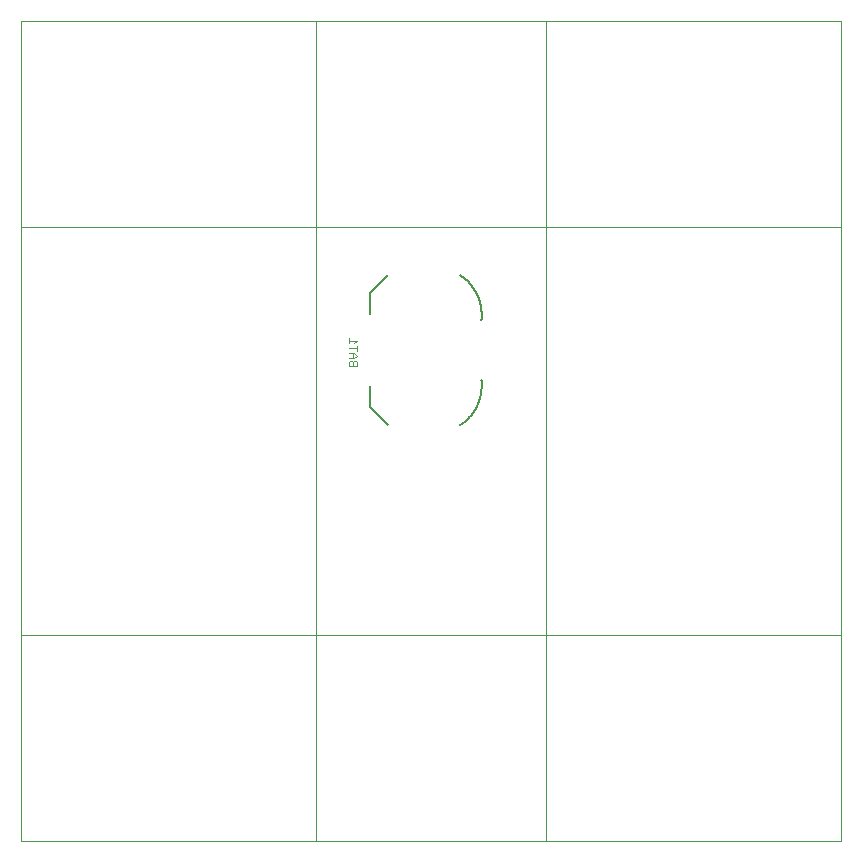
<source format=gbo>
G75*
%MOIN*%
%OFA0B0*%
%FSLAX25Y25*%
%IPPOS*%
%LPD*%
%AMOC8*
5,1,8,0,0,1.08239X$1,22.5*
%
%ADD10C,0.00000*%
%ADD11C,0.00500*%
%ADD12C,0.00200*%
D10*
X0001000Y0001000D02*
X0001000Y0274622D01*
X0274622Y0274622D01*
X0274622Y0001000D01*
X0001000Y0001000D01*
X0001000Y0069898D02*
X0274622Y0069898D01*
X0176197Y0001000D02*
X0176197Y0274622D01*
X0099425Y0274622D02*
X0099425Y0001000D01*
X0001000Y0205724D02*
X0274622Y0205724D01*
D11*
X0154646Y0174779D02*
X0154680Y0175173D01*
X0154704Y0175567D01*
X0154718Y0175961D01*
X0154723Y0176356D01*
X0154718Y0176750D01*
X0154704Y0177145D01*
X0154680Y0177539D01*
X0154647Y0177932D01*
X0154604Y0178324D01*
X0154551Y0178716D01*
X0154489Y0179105D01*
X0154418Y0179493D01*
X0154337Y0179880D01*
X0154247Y0180264D01*
X0154148Y0180646D01*
X0154039Y0181025D01*
X0153921Y0181402D01*
X0153794Y0181776D01*
X0153658Y0182146D01*
X0153513Y0182514D01*
X0153360Y0182877D01*
X0153197Y0183237D01*
X0153026Y0183592D01*
X0152846Y0183944D01*
X0152658Y0184290D01*
X0152461Y0184633D01*
X0152256Y0184970D01*
X0152043Y0185302D01*
X0151822Y0185629D01*
X0151593Y0185951D01*
X0151357Y0186267D01*
X0151112Y0186577D01*
X0150861Y0186881D01*
X0150602Y0187179D01*
X0150336Y0187470D01*
X0150063Y0187755D01*
X0149783Y0188033D01*
X0149496Y0188305D01*
X0149203Y0188569D01*
X0148903Y0188826D01*
X0148598Y0189076D01*
X0148286Y0189318D01*
X0147969Y0189553D01*
X0147646Y0189780D01*
X0123646Y0189780D02*
X0117646Y0183780D01*
X0117646Y0176780D01*
X0117646Y0152780D02*
X0117646Y0145780D01*
X0123646Y0139780D01*
X0147646Y0139779D02*
X0147969Y0140006D01*
X0148286Y0140241D01*
X0148598Y0140483D01*
X0148903Y0140733D01*
X0149203Y0140990D01*
X0149496Y0141254D01*
X0149783Y0141526D01*
X0150063Y0141804D01*
X0150336Y0142089D01*
X0150602Y0142380D01*
X0150861Y0142678D01*
X0151112Y0142982D01*
X0151357Y0143292D01*
X0151593Y0143608D01*
X0151822Y0143930D01*
X0152043Y0144257D01*
X0152256Y0144589D01*
X0152461Y0144926D01*
X0152658Y0145269D01*
X0152846Y0145615D01*
X0153026Y0145967D01*
X0153197Y0146322D01*
X0153360Y0146682D01*
X0153513Y0147045D01*
X0153658Y0147413D01*
X0153794Y0147783D01*
X0153921Y0148157D01*
X0154039Y0148534D01*
X0154148Y0148913D01*
X0154247Y0149295D01*
X0154337Y0149679D01*
X0154418Y0150066D01*
X0154489Y0150454D01*
X0154551Y0150843D01*
X0154604Y0151235D01*
X0154647Y0151627D01*
X0154680Y0152020D01*
X0154704Y0152414D01*
X0154718Y0152809D01*
X0154723Y0153203D01*
X0154718Y0153598D01*
X0154704Y0153992D01*
X0154680Y0154386D01*
X0154646Y0154780D01*
D12*
X0113107Y0159454D02*
X0113107Y0160733D01*
X0112681Y0161159D01*
X0112254Y0161159D01*
X0111828Y0160733D01*
X0111828Y0159454D01*
X0111828Y0160733D02*
X0111402Y0161159D01*
X0110975Y0161159D01*
X0110549Y0160733D01*
X0110549Y0159454D01*
X0113107Y0159454D01*
X0112254Y0161991D02*
X0113107Y0162844D01*
X0112254Y0163697D01*
X0110549Y0163697D01*
X0111828Y0163697D02*
X0111828Y0161991D01*
X0112254Y0161991D02*
X0110549Y0161991D01*
X0113107Y0164529D02*
X0113107Y0166234D01*
X0113107Y0165381D02*
X0110549Y0165381D01*
X0110549Y0167066D02*
X0110549Y0168772D01*
X0110549Y0167919D02*
X0113107Y0167919D01*
X0112254Y0167066D01*
M02*

</source>
